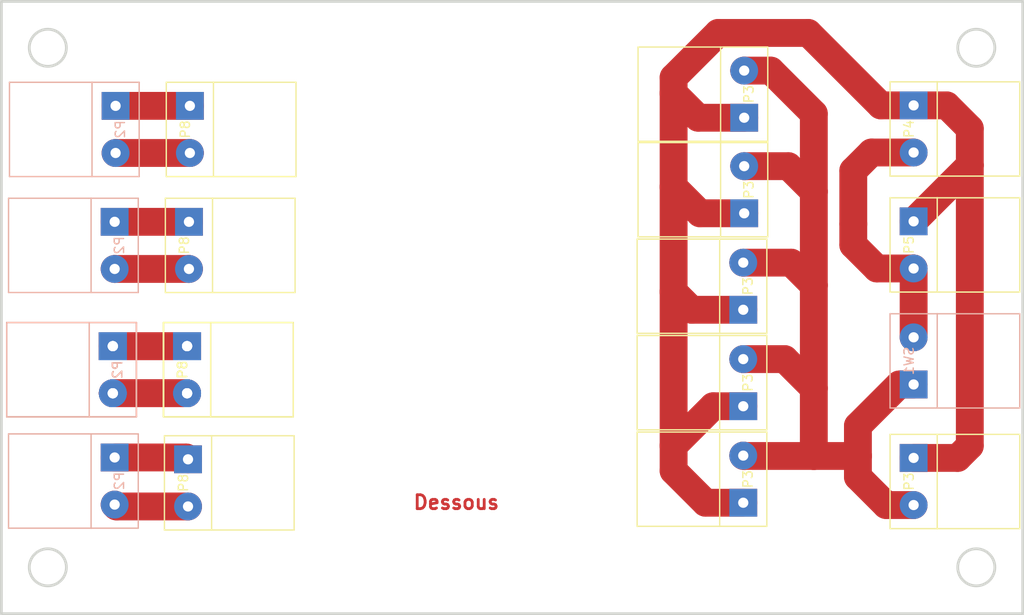
<source format=kicad_pcb>
(kicad_pcb (version 4) (host pcbnew 4.0.4-stable)

  (general
    (links 41)
    (no_connects 6)
    (area 15.599999 15.599999 126.555001 80.900001)
    (thickness 1.6)
    (drawings 9)
    (tracks 70)
    (zones 0)
    (modules 23)
    (nets 6)
  )

  (page A4)
  (layers
    (0 F.Cu signal)
    (31 B.Cu signal)
    (32 B.Adhes user)
    (33 F.Adhes user)
    (34 B.Paste user)
    (35 F.Paste user)
    (36 B.SilkS user)
    (37 F.SilkS user)
    (38 B.Mask user)
    (39 F.Mask user)
    (40 Dwgs.User user)
    (41 Cmts.User user)
    (42 Eco1.User user)
    (43 Eco2.User user)
    (44 Edge.Cuts user)
    (45 Margin user)
    (46 B.CrtYd user)
    (47 F.CrtYd user)
    (48 B.Fab user)
    (49 F.Fab user)
  )

  (setup
    (last_trace_width 3)
    (trace_clearance 0.8)
    (zone_clearance 2)
    (zone_45_only no)
    (trace_min 0.2)
    (segment_width 0.2)
    (edge_width 0.3)
    (via_size 0.6)
    (via_drill 0.4)
    (via_min_size 0.4)
    (via_min_drill 0.3)
    (uvia_size 0.3)
    (uvia_drill 0.1)
    (uvias_allowed no)
    (uvia_min_size 0.2)
    (uvia_min_drill 0.1)
    (pcb_text_width 0.3)
    (pcb_text_size 1.5 1.5)
    (mod_edge_width 0.15)
    (mod_text_size 1 1)
    (mod_text_width 0.15)
    (pad_size 1.524 1.524)
    (pad_drill 0.762)
    (pad_to_mask_clearance 0.2)
    (aux_axis_origin 16 81)
    (visible_elements 7FFFFFFF)
    (pcbplotparams
      (layerselection 0x01000_00000001)
      (usegerberextensions false)
      (excludeedgelayer false)
      (linewidth 0.100000)
      (plotframeref false)
      (viasonmask false)
      (mode 1)
      (useauxorigin false)
      (hpglpennumber 1)
      (hpglpenspeed 20)
      (hpglpendiameter 15)
      (hpglpenoverlay 2)
      (psnegative false)
      (psa4output false)
      (plotreference false)
      (plotvalue false)
      (plotinvisibletext false)
      (padsonsilk false)
      (subtractmaskfromsilk false)
      (outputformat 2)
      (mirror false)
      (drillshape 0)
      (scaleselection 1)
      (outputdirectory ""))
  )

  (net 0 "")
  (net 1 /GND5)
  (net 2 /GND24)
  (net 3 "Net-(P4-Pad2)")
  (net 4 "Net-(P2-Pad2)")
  (net 5 "Net-(P10-Pad2)")

  (net_class Default "Ceci est la Netclass par défaut"
    (clearance 0.8)
    (trace_width 3)
    (via_dia 0.6)
    (via_drill 0.4)
    (uvia_dia 0.3)
    (uvia_drill 0.1)
    (add_net /GND24)
    (add_net /GND5)
    (add_net "Net-(P10-Pad2)")
    (add_net "Net-(P2-Pad2)")
    (add_net "Net-(P4-Pad2)")
  )

  (module robair:Bornier5mm (layer B.Cu) (tedit 58132C20) (tstamp 5A269315)
    (at 28.2 66.7 270)
    (path /58407563)
    (fp_text reference P2 (at 0 -0.5 270) (layer B.SilkS)
      (effects (font (size 1 1) (thickness 0.15)) (justify mirror))
    )
    (fp_text value "5V out" (at 0 0.5 270) (layer B.Fab)
      (effects (font (size 1 1) (thickness 0.15)) (justify mirror))
    )
    (fp_line (start -5.08 11.43) (end 5.08 11.43) (layer B.SilkS) (width 0.15))
    (fp_line (start 5.08 11.43) (end 5.08 2.54) (layer B.SilkS) (width 0.15))
    (fp_line (start -5.08 11.43) (end -5.08 2.54) (layer B.SilkS) (width 0.15))
    (fp_line (start -5.08 2.54) (end -5.08 -2.54) (layer B.SilkS) (width 0.15))
    (fp_line (start -5.08 -2.54) (end 5.08 -2.54) (layer B.SilkS) (width 0.15))
    (fp_line (start 5.08 -2.54) (end 5.08 2.54) (layer B.SilkS) (width 0.15))
    (fp_line (start 5.08 2.54) (end -5.08 2.54) (layer B.SilkS) (width 0.15))
    (pad 1 thru_hole rect (at -2.54 0 270) (size 3 3) (drill 1.1) (layers *.Cu *.Mask)
      (net 1 /GND5))
    (pad 2 thru_hole circle (at 2.54 0 270) (size 3 3) (drill 1.1) (layers *.Cu *.Mask)
      (net 4 "Net-(P2-Pad2)"))
  )

  (module robair:Bornier5mm (layer F.Cu) (tedit 58132C20) (tstamp 5A269308)
    (at 36.1 66.9 270)
    (path /5A257484)
    (fp_text reference P8 (at 0 0.5 270) (layer F.SilkS)
      (effects (font (size 1 1) (thickness 0.15)))
    )
    (fp_text value VOUTRegu (at 0 -0.5 270) (layer F.Fab)
      (effects (font (size 1 1) (thickness 0.15)))
    )
    (fp_line (start -5.08 -11.43) (end 5.08 -11.43) (layer F.SilkS) (width 0.15))
    (fp_line (start 5.08 -11.43) (end 5.08 -2.54) (layer F.SilkS) (width 0.15))
    (fp_line (start -5.08 -11.43) (end -5.08 -2.54) (layer F.SilkS) (width 0.15))
    (fp_line (start -5.08 -2.54) (end -5.08 2.54) (layer F.SilkS) (width 0.15))
    (fp_line (start -5.08 2.54) (end 5.08 2.54) (layer F.SilkS) (width 0.15))
    (fp_line (start 5.08 2.54) (end 5.08 -2.54) (layer F.SilkS) (width 0.15))
    (fp_line (start 5.08 -2.54) (end -5.08 -2.54) (layer F.SilkS) (width 0.15))
    (pad 1 thru_hole rect (at -2.54 0 270) (size 3 3) (drill 1.1) (layers *.Cu *.Mask)
      (net 1 /GND5))
    (pad 2 thru_hole circle (at 2.54 0 270) (size 3 3) (drill 1.1) (layers *.Cu *.Mask)
      (net 4 "Net-(P2-Pad2)"))
  )

  (module robair:Bornier5mm (layer B.Cu) (tedit 58132C20) (tstamp 5A2692F5)
    (at 28 54.7 270)
    (path /58407563)
    (fp_text reference P2 (at 0 -0.5 270) (layer B.SilkS)
      (effects (font (size 1 1) (thickness 0.15)) (justify mirror))
    )
    (fp_text value "5V out" (at 0 0.5 270) (layer B.Fab)
      (effects (font (size 1 1) (thickness 0.15)) (justify mirror))
    )
    (fp_line (start -5.08 11.43) (end 5.08 11.43) (layer B.SilkS) (width 0.15))
    (fp_line (start 5.08 11.43) (end 5.08 2.54) (layer B.SilkS) (width 0.15))
    (fp_line (start -5.08 11.43) (end -5.08 2.54) (layer B.SilkS) (width 0.15))
    (fp_line (start -5.08 2.54) (end -5.08 -2.54) (layer B.SilkS) (width 0.15))
    (fp_line (start -5.08 -2.54) (end 5.08 -2.54) (layer B.SilkS) (width 0.15))
    (fp_line (start 5.08 -2.54) (end 5.08 2.54) (layer B.SilkS) (width 0.15))
    (fp_line (start 5.08 2.54) (end -5.08 2.54) (layer B.SilkS) (width 0.15))
    (pad 1 thru_hole rect (at -2.54 0 270) (size 3 3) (drill 1.1) (layers *.Cu *.Mask)
      (net 1 /GND5))
    (pad 2 thru_hole circle (at 2.54 0 270) (size 3 3) (drill 1.1) (layers *.Cu *.Mask)
      (net 4 "Net-(P2-Pad2)"))
  )

  (module robair:Bornier5mm (layer F.Cu) (tedit 58132C20) (tstamp 5A2692E9)
    (at 36 54.7 270)
    (path /5A257484)
    (fp_text reference P8 (at 0 0.5 270) (layer F.SilkS)
      (effects (font (size 1 1) (thickness 0.15)))
    )
    (fp_text value VOUTRegu (at 0 -0.5 270) (layer F.Fab)
      (effects (font (size 1 1) (thickness 0.15)))
    )
    (fp_line (start -5.08 -11.43) (end 5.08 -11.43) (layer F.SilkS) (width 0.15))
    (fp_line (start 5.08 -11.43) (end 5.08 -2.54) (layer F.SilkS) (width 0.15))
    (fp_line (start -5.08 -11.43) (end -5.08 -2.54) (layer F.SilkS) (width 0.15))
    (fp_line (start -5.08 -2.54) (end -5.08 2.54) (layer F.SilkS) (width 0.15))
    (fp_line (start -5.08 2.54) (end 5.08 2.54) (layer F.SilkS) (width 0.15))
    (fp_line (start 5.08 2.54) (end 5.08 -2.54) (layer F.SilkS) (width 0.15))
    (fp_line (start 5.08 -2.54) (end -5.08 -2.54) (layer F.SilkS) (width 0.15))
    (pad 1 thru_hole rect (at -2.54 0 270) (size 3 3) (drill 1.1) (layers *.Cu *.Mask)
      (net 1 /GND5))
    (pad 2 thru_hole circle (at 2.54 0 270) (size 3 3) (drill 1.1) (layers *.Cu *.Mask)
      (net 4 "Net-(P2-Pad2)"))
  )

  (module robair:Bornier5mm (layer F.Cu) (tedit 58132C20) (tstamp 5A2692DD)
    (at 36 54.7 270)
    (path /5A257484)
    (fp_text reference P8 (at 0 0.5 270) (layer F.SilkS)
      (effects (font (size 1 1) (thickness 0.15)))
    )
    (fp_text value VOUTRegu (at 0 -0.5 270) (layer F.Fab)
      (effects (font (size 1 1) (thickness 0.15)))
    )
    (fp_line (start -5.08 -11.43) (end 5.08 -11.43) (layer F.SilkS) (width 0.15))
    (fp_line (start 5.08 -11.43) (end 5.08 -2.54) (layer F.SilkS) (width 0.15))
    (fp_line (start -5.08 -11.43) (end -5.08 -2.54) (layer F.SilkS) (width 0.15))
    (fp_line (start -5.08 -2.54) (end -5.08 2.54) (layer F.SilkS) (width 0.15))
    (fp_line (start -5.08 2.54) (end 5.08 2.54) (layer F.SilkS) (width 0.15))
    (fp_line (start 5.08 2.54) (end 5.08 -2.54) (layer F.SilkS) (width 0.15))
    (fp_line (start 5.08 -2.54) (end -5.08 -2.54) (layer F.SilkS) (width 0.15))
    (pad 1 thru_hole rect (at -2.54 0 270) (size 3 3) (drill 1.1) (layers *.Cu *.Mask)
      (net 1 /GND5))
    (pad 2 thru_hole circle (at 2.54 0 270) (size 3 3) (drill 1.1) (layers *.Cu *.Mask)
      (net 4 "Net-(P2-Pad2)"))
  )

  (module robair:Bornier5mm (layer B.Cu) (tedit 58132C20) (tstamp 5A2692D1)
    (at 28 54.7 270)
    (path /58407563)
    (fp_text reference P2 (at 0 -0.5 270) (layer B.SilkS)
      (effects (font (size 1 1) (thickness 0.15)) (justify mirror))
    )
    (fp_text value "5V out" (at 0 0.5 270) (layer B.Fab)
      (effects (font (size 1 1) (thickness 0.15)) (justify mirror))
    )
    (fp_line (start -5.08 11.43) (end 5.08 11.43) (layer B.SilkS) (width 0.15))
    (fp_line (start 5.08 11.43) (end 5.08 2.54) (layer B.SilkS) (width 0.15))
    (fp_line (start -5.08 11.43) (end -5.08 2.54) (layer B.SilkS) (width 0.15))
    (fp_line (start -5.08 2.54) (end -5.08 -2.54) (layer B.SilkS) (width 0.15))
    (fp_line (start -5.08 -2.54) (end 5.08 -2.54) (layer B.SilkS) (width 0.15))
    (fp_line (start 5.08 -2.54) (end 5.08 2.54) (layer B.SilkS) (width 0.15))
    (fp_line (start 5.08 2.54) (end -5.08 2.54) (layer B.SilkS) (width 0.15))
    (pad 1 thru_hole rect (at -2.54 0 270) (size 3 3) (drill 1.1) (layers *.Cu *.Mask)
      (net 1 /GND5))
    (pad 2 thru_hole circle (at 2.54 0 270) (size 3 3) (drill 1.1) (layers *.Cu *.Mask)
      (net 4 "Net-(P2-Pad2)"))
  )

  (module robair:Bornier5mm (layer B.Cu) (tedit 58132C20) (tstamp 5A2692C1)
    (at 28 54.7 270)
    (path /58407563)
    (fp_text reference P2 (at 0 -0.5 270) (layer B.SilkS)
      (effects (font (size 1 1) (thickness 0.15)) (justify mirror))
    )
    (fp_text value "5V out" (at 0 0.5 270) (layer B.Fab)
      (effects (font (size 1 1) (thickness 0.15)) (justify mirror))
    )
    (fp_line (start -5.08 11.43) (end 5.08 11.43) (layer B.SilkS) (width 0.15))
    (fp_line (start 5.08 11.43) (end 5.08 2.54) (layer B.SilkS) (width 0.15))
    (fp_line (start -5.08 11.43) (end -5.08 2.54) (layer B.SilkS) (width 0.15))
    (fp_line (start -5.08 2.54) (end -5.08 -2.54) (layer B.SilkS) (width 0.15))
    (fp_line (start -5.08 -2.54) (end 5.08 -2.54) (layer B.SilkS) (width 0.15))
    (fp_line (start 5.08 -2.54) (end 5.08 2.54) (layer B.SilkS) (width 0.15))
    (fp_line (start 5.08 2.54) (end -5.08 2.54) (layer B.SilkS) (width 0.15))
    (pad 1 thru_hole rect (at -2.54 0 270) (size 3 3) (drill 1.1) (layers *.Cu *.Mask)
      (net 1 /GND5))
    (pad 2 thru_hole circle (at 2.54 0 270) (size 3 3) (drill 1.1) (layers *.Cu *.Mask)
      (net 4 "Net-(P2-Pad2)"))
  )

  (module robair:Bornier5mm (layer F.Cu) (tedit 58132C20) (tstamp 5A2692B5)
    (at 36 54.7 270)
    (path /5A257484)
    (fp_text reference P8 (at 0 0.5 270) (layer F.SilkS)
      (effects (font (size 1 1) (thickness 0.15)))
    )
    (fp_text value VOUTRegu (at 0 -0.5 270) (layer F.Fab)
      (effects (font (size 1 1) (thickness 0.15)))
    )
    (fp_line (start -5.08 -11.43) (end 5.08 -11.43) (layer F.SilkS) (width 0.15))
    (fp_line (start 5.08 -11.43) (end 5.08 -2.54) (layer F.SilkS) (width 0.15))
    (fp_line (start -5.08 -11.43) (end -5.08 -2.54) (layer F.SilkS) (width 0.15))
    (fp_line (start -5.08 -2.54) (end -5.08 2.54) (layer F.SilkS) (width 0.15))
    (fp_line (start -5.08 2.54) (end 5.08 2.54) (layer F.SilkS) (width 0.15))
    (fp_line (start 5.08 2.54) (end 5.08 -2.54) (layer F.SilkS) (width 0.15))
    (fp_line (start 5.08 -2.54) (end -5.08 -2.54) (layer F.SilkS) (width 0.15))
    (pad 1 thru_hole rect (at -2.54 0 270) (size 3 3) (drill 1.1) (layers *.Cu *.Mask)
      (net 1 /GND5))
    (pad 2 thru_hole circle (at 2.54 0 270) (size 3 3) (drill 1.1) (layers *.Cu *.Mask)
      (net 4 "Net-(P2-Pad2)"))
  )

  (module robair:Bornier5mm (layer F.Cu) (tedit 58132C20) (tstamp 5A269211)
    (at 96 25 90)
    (path /584169C6)
    (fp_text reference P3 (at 0 0.5 90) (layer F.SilkS)
      (effects (font (size 1 1) (thickness 0.15)))
    )
    (fp_text value MD49 (at 0 -0.5 90) (layer F.Fab)
      (effects (font (size 1 1) (thickness 0.15)))
    )
    (fp_line (start -5.08 -11.43) (end 5.08 -11.43) (layer F.SilkS) (width 0.15))
    (fp_line (start 5.08 -11.43) (end 5.08 -2.54) (layer F.SilkS) (width 0.15))
    (fp_line (start -5.08 -11.43) (end -5.08 -2.54) (layer F.SilkS) (width 0.15))
    (fp_line (start -5.08 -2.54) (end -5.08 2.54) (layer F.SilkS) (width 0.15))
    (fp_line (start -5.08 2.54) (end 5.08 2.54) (layer F.SilkS) (width 0.15))
    (fp_line (start 5.08 2.54) (end 5.08 -2.54) (layer F.SilkS) (width 0.15))
    (fp_line (start 5.08 -2.54) (end -5.08 -2.54) (layer F.SilkS) (width 0.15))
    (pad 1 thru_hole rect (at -2.54 0 90) (size 3 3) (drill 1.1) (layers *.Cu *.Mask)
      (net 2 /GND24))
    (pad 2 thru_hole circle (at 2.54 0 90) (size 3 3) (drill 1.1) (layers *.Cu *.Mask)
      (net 5 "Net-(P10-Pad2)"))
  )

  (module robair:Bornier5mm (layer F.Cu) (tedit 58132C20) (tstamp 5A269204)
    (at 96 35.3 90)
    (path /584169C6)
    (fp_text reference P3 (at 0 0.5 90) (layer F.SilkS)
      (effects (font (size 1 1) (thickness 0.15)))
    )
    (fp_text value MD49 (at 0 -0.5 90) (layer F.Fab)
      (effects (font (size 1 1) (thickness 0.15)))
    )
    (fp_line (start -5.08 -11.43) (end 5.08 -11.43) (layer F.SilkS) (width 0.15))
    (fp_line (start 5.08 -11.43) (end 5.08 -2.54) (layer F.SilkS) (width 0.15))
    (fp_line (start -5.08 -11.43) (end -5.08 -2.54) (layer F.SilkS) (width 0.15))
    (fp_line (start -5.08 -2.54) (end -5.08 2.54) (layer F.SilkS) (width 0.15))
    (fp_line (start -5.08 2.54) (end 5.08 2.54) (layer F.SilkS) (width 0.15))
    (fp_line (start 5.08 2.54) (end 5.08 -2.54) (layer F.SilkS) (width 0.15))
    (fp_line (start 5.08 -2.54) (end -5.08 -2.54) (layer F.SilkS) (width 0.15))
    (pad 1 thru_hole rect (at -2.54 0 90) (size 3 3) (drill 1.1) (layers *.Cu *.Mask)
      (net 2 /GND24))
    (pad 2 thru_hole circle (at 2.54 0 90) (size 3 3) (drill 1.1) (layers *.Cu *.Mask)
      (net 5 "Net-(P10-Pad2)"))
  )

  (module robair:Bornier5mm (layer F.Cu) (tedit 58132C20) (tstamp 5A2691F7)
    (at 95.9 45.7 90)
    (path /584169C6)
    (fp_text reference P3 (at 0 0.5 90) (layer F.SilkS)
      (effects (font (size 1 1) (thickness 0.15)))
    )
    (fp_text value MD49 (at 0 -0.5 90) (layer F.Fab)
      (effects (font (size 1 1) (thickness 0.15)))
    )
    (fp_line (start -5.08 -11.43) (end 5.08 -11.43) (layer F.SilkS) (width 0.15))
    (fp_line (start 5.08 -11.43) (end 5.08 -2.54) (layer F.SilkS) (width 0.15))
    (fp_line (start -5.08 -11.43) (end -5.08 -2.54) (layer F.SilkS) (width 0.15))
    (fp_line (start -5.08 -2.54) (end -5.08 2.54) (layer F.SilkS) (width 0.15))
    (fp_line (start -5.08 2.54) (end 5.08 2.54) (layer F.SilkS) (width 0.15))
    (fp_line (start 5.08 2.54) (end 5.08 -2.54) (layer F.SilkS) (width 0.15))
    (fp_line (start 5.08 -2.54) (end -5.08 -2.54) (layer F.SilkS) (width 0.15))
    (pad 1 thru_hole rect (at -2.54 0 90) (size 3 3) (drill 1.1) (layers *.Cu *.Mask)
      (net 2 /GND24))
    (pad 2 thru_hole circle (at 2.54 0 90) (size 3 3) (drill 1.1) (layers *.Cu *.Mask)
      (net 5 "Net-(P10-Pad2)"))
  )

  (module robair:Bornier5mm (layer F.Cu) (tedit 58132C20) (tstamp 5A2691EA)
    (at 95.9 56.1 90)
    (path /584169C6)
    (fp_text reference P3 (at 0 0.5 90) (layer F.SilkS)
      (effects (font (size 1 1) (thickness 0.15)))
    )
    (fp_text value MD49 (at 0 -0.5 90) (layer F.Fab)
      (effects (font (size 1 1) (thickness 0.15)))
    )
    (fp_line (start -5.08 -11.43) (end 5.08 -11.43) (layer F.SilkS) (width 0.15))
    (fp_line (start 5.08 -11.43) (end 5.08 -2.54) (layer F.SilkS) (width 0.15))
    (fp_line (start -5.08 -11.43) (end -5.08 -2.54) (layer F.SilkS) (width 0.15))
    (fp_line (start -5.08 -2.54) (end -5.08 2.54) (layer F.SilkS) (width 0.15))
    (fp_line (start -5.08 2.54) (end 5.08 2.54) (layer F.SilkS) (width 0.15))
    (fp_line (start 5.08 2.54) (end 5.08 -2.54) (layer F.SilkS) (width 0.15))
    (fp_line (start 5.08 -2.54) (end -5.08 -2.54) (layer F.SilkS) (width 0.15))
    (pad 1 thru_hole rect (at -2.54 0 90) (size 3 3) (drill 1.1) (layers *.Cu *.Mask)
      (net 2 /GND24))
    (pad 2 thru_hole circle (at 2.54 0 90) (size 3 3) (drill 1.1) (layers *.Cu *.Mask)
      (net 5 "Net-(P10-Pad2)"))
  )

  (module robair:Bornier5mm (layer F.Cu) (tedit 58132C20) (tstamp 5A2691B6)
    (at 95.9 66.5 90)
    (path /584169C6)
    (fp_text reference P3 (at 0 0.5 90) (layer F.SilkS)
      (effects (font (size 1 1) (thickness 0.15)))
    )
    (fp_text value MD49 (at 0 -0.5 90) (layer F.Fab)
      (effects (font (size 1 1) (thickness 0.15)))
    )
    (fp_line (start -5.08 -11.43) (end 5.08 -11.43) (layer F.SilkS) (width 0.15))
    (fp_line (start 5.08 -11.43) (end 5.08 -2.54) (layer F.SilkS) (width 0.15))
    (fp_line (start -5.08 -11.43) (end -5.08 -2.54) (layer F.SilkS) (width 0.15))
    (fp_line (start -5.08 -2.54) (end -5.08 2.54) (layer F.SilkS) (width 0.15))
    (fp_line (start -5.08 2.54) (end 5.08 2.54) (layer F.SilkS) (width 0.15))
    (fp_line (start 5.08 2.54) (end 5.08 -2.54) (layer F.SilkS) (width 0.15))
    (fp_line (start 5.08 -2.54) (end -5.08 -2.54) (layer F.SilkS) (width 0.15))
    (pad 1 thru_hole rect (at -2.54 0 90) (size 3 3) (drill 1.1) (layers *.Cu *.Mask)
      (net 2 /GND24))
    (pad 2 thru_hole circle (at 2.54 0 90) (size 3 3) (drill 1.1) (layers *.Cu *.Mask)
      (net 5 "Net-(P10-Pad2)"))
  )

  (module robair:Bornier5mm (layer F.Cu) (tedit 58132C20) (tstamp 5A2576F3)
    (at 36 54.7 270)
    (path /5A257484)
    (fp_text reference P8 (at 0 0.5 270) (layer F.SilkS)
      (effects (font (size 1 1) (thickness 0.15)))
    )
    (fp_text value VOUTRegu (at 0 -0.5 270) (layer F.Fab)
      (effects (font (size 1 1) (thickness 0.15)))
    )
    (fp_line (start -5.08 -11.43) (end 5.08 -11.43) (layer F.SilkS) (width 0.15))
    (fp_line (start 5.08 -11.43) (end 5.08 -2.54) (layer F.SilkS) (width 0.15))
    (fp_line (start -5.08 -11.43) (end -5.08 -2.54) (layer F.SilkS) (width 0.15))
    (fp_line (start -5.08 -2.54) (end -5.08 2.54) (layer F.SilkS) (width 0.15))
    (fp_line (start -5.08 2.54) (end 5.08 2.54) (layer F.SilkS) (width 0.15))
    (fp_line (start 5.08 2.54) (end 5.08 -2.54) (layer F.SilkS) (width 0.15))
    (fp_line (start 5.08 -2.54) (end -5.08 -2.54) (layer F.SilkS) (width 0.15))
    (pad 1 thru_hole rect (at -2.54 0 270) (size 3 3) (drill 1.1) (layers *.Cu *.Mask)
      (net 1 /GND5))
    (pad 2 thru_hole circle (at 2.54 0 270) (size 3 3) (drill 1.1) (layers *.Cu *.Mask)
      (net 4 "Net-(P2-Pad2)"))
  )

  (module robair:Bornier5mm (layer F.Cu) (tedit 58132C20) (tstamp 5A2576ED)
    (at 36.2 41.3 270)
    (path /5A257484)
    (fp_text reference P8 (at 0 0.5 270) (layer F.SilkS)
      (effects (font (size 1 1) (thickness 0.15)))
    )
    (fp_text value VOUTRegu (at 0 -0.5 270) (layer F.Fab)
      (effects (font (size 1 1) (thickness 0.15)))
    )
    (fp_line (start -5.08 -11.43) (end 5.08 -11.43) (layer F.SilkS) (width 0.15))
    (fp_line (start 5.08 -11.43) (end 5.08 -2.54) (layer F.SilkS) (width 0.15))
    (fp_line (start -5.08 -11.43) (end -5.08 -2.54) (layer F.SilkS) (width 0.15))
    (fp_line (start -5.08 -2.54) (end -5.08 2.54) (layer F.SilkS) (width 0.15))
    (fp_line (start -5.08 2.54) (end 5.08 2.54) (layer F.SilkS) (width 0.15))
    (fp_line (start 5.08 2.54) (end 5.08 -2.54) (layer F.SilkS) (width 0.15))
    (fp_line (start 5.08 -2.54) (end -5.08 -2.54) (layer F.SilkS) (width 0.15))
    (pad 1 thru_hole rect (at -2.54 0 270) (size 3 3) (drill 1.1) (layers *.Cu *.Mask)
      (net 1 /GND5))
    (pad 2 thru_hole circle (at 2.54 0 270) (size 3 3) (drill 1.1) (layers *.Cu *.Mask)
      (net 4 "Net-(P2-Pad2)"))
  )

  (module robair:Bornier5mm (layer B.Cu) (tedit 58132C20) (tstamp 5A2576DF)
    (at 28 54.7 270)
    (path /58407563)
    (fp_text reference P2 (at 0 -0.5 270) (layer B.SilkS)
      (effects (font (size 1 1) (thickness 0.15)) (justify mirror))
    )
    (fp_text value "5V out" (at 0 0.5 270) (layer B.Fab)
      (effects (font (size 1 1) (thickness 0.15)) (justify mirror))
    )
    (fp_line (start -5.08 11.43) (end 5.08 11.43) (layer B.SilkS) (width 0.15))
    (fp_line (start 5.08 11.43) (end 5.08 2.54) (layer B.SilkS) (width 0.15))
    (fp_line (start -5.08 11.43) (end -5.08 2.54) (layer B.SilkS) (width 0.15))
    (fp_line (start -5.08 2.54) (end -5.08 -2.54) (layer B.SilkS) (width 0.15))
    (fp_line (start -5.08 -2.54) (end 5.08 -2.54) (layer B.SilkS) (width 0.15))
    (fp_line (start 5.08 -2.54) (end 5.08 2.54) (layer B.SilkS) (width 0.15))
    (fp_line (start 5.08 2.54) (end -5.08 2.54) (layer B.SilkS) (width 0.15))
    (pad 1 thru_hole rect (at -2.54 0 270) (size 3 3) (drill 1.1) (layers *.Cu *.Mask)
      (net 1 /GND5))
    (pad 2 thru_hole circle (at 2.54 0 270) (size 3 3) (drill 1.1) (layers *.Cu *.Mask)
      (net 4 "Net-(P2-Pad2)"))
  )

  (module robair:Bornier5mm (layer B.Cu) (tedit 58132C20) (tstamp 5A2576D2)
    (at 28.2 41.3 270)
    (path /58407563)
    (fp_text reference P2 (at 0 -0.5 270) (layer B.SilkS)
      (effects (font (size 1 1) (thickness 0.15)) (justify mirror))
    )
    (fp_text value "5V out" (at 0 0.5 270) (layer B.Fab)
      (effects (font (size 1 1) (thickness 0.15)) (justify mirror))
    )
    (fp_line (start -5.08 11.43) (end 5.08 11.43) (layer B.SilkS) (width 0.15))
    (fp_line (start 5.08 11.43) (end 5.08 2.54) (layer B.SilkS) (width 0.15))
    (fp_line (start -5.08 11.43) (end -5.08 2.54) (layer B.SilkS) (width 0.15))
    (fp_line (start -5.08 2.54) (end -5.08 -2.54) (layer B.SilkS) (width 0.15))
    (fp_line (start -5.08 -2.54) (end 5.08 -2.54) (layer B.SilkS) (width 0.15))
    (fp_line (start 5.08 -2.54) (end 5.08 2.54) (layer B.SilkS) (width 0.15))
    (fp_line (start 5.08 2.54) (end -5.08 2.54) (layer B.SilkS) (width 0.15))
    (pad 1 thru_hole rect (at -2.54 0 270) (size 3 3) (drill 1.1) (layers *.Cu *.Mask)
      (net 1 /GND5))
    (pad 2 thru_hole circle (at 2.54 0 270) (size 3 3) (drill 1.1) (layers *.Cu *.Mask)
      (net 4 "Net-(P2-Pad2)"))
  )

  (module robair:Bornier5mm (layer B.Cu) (tedit 58132C20) (tstamp 5840788D)
    (at 28.3 28.8 270)
    (path /58407563)
    (fp_text reference P2 (at 0 -0.5 270) (layer B.SilkS)
      (effects (font (size 1 1) (thickness 0.15)) (justify mirror))
    )
    (fp_text value "5V out" (at 0 0.5 270) (layer B.Fab)
      (effects (font (size 1 1) (thickness 0.15)) (justify mirror))
    )
    (fp_line (start -5.08 11.43) (end 5.08 11.43) (layer B.SilkS) (width 0.15))
    (fp_line (start 5.08 11.43) (end 5.08 2.54) (layer B.SilkS) (width 0.15))
    (fp_line (start -5.08 11.43) (end -5.08 2.54) (layer B.SilkS) (width 0.15))
    (fp_line (start -5.08 2.54) (end -5.08 -2.54) (layer B.SilkS) (width 0.15))
    (fp_line (start -5.08 -2.54) (end 5.08 -2.54) (layer B.SilkS) (width 0.15))
    (fp_line (start 5.08 -2.54) (end 5.08 2.54) (layer B.SilkS) (width 0.15))
    (fp_line (start 5.08 2.54) (end -5.08 2.54) (layer B.SilkS) (width 0.15))
    (pad 1 thru_hole rect (at -2.54 0 270) (size 3 3) (drill 1.1) (layers *.Cu *.Mask)
      (net 1 /GND5))
    (pad 2 thru_hole circle (at 2.54 0 270) (size 3 3) (drill 1.1) (layers *.Cu *.Mask)
      (net 4 "Net-(P2-Pad2)"))
  )

  (module robair:Bornier5mm (layer F.Cu) (tedit 58132C20) (tstamp 58416CB9)
    (at 114.25 28.75 270)
    (path /58416998)
    (fp_text reference P4 (at 0 0.5 270) (layer F.SilkS)
      (effects (font (size 1 1) (thickness 0.15)))
    )
    (fp_text value Charg (at 0 -0.5 270) (layer F.Fab)
      (effects (font (size 1 1) (thickness 0.15)))
    )
    (fp_line (start -5.08 -11.43) (end 5.08 -11.43) (layer F.SilkS) (width 0.15))
    (fp_line (start 5.08 -11.43) (end 5.08 -2.54) (layer F.SilkS) (width 0.15))
    (fp_line (start -5.08 -11.43) (end -5.08 -2.54) (layer F.SilkS) (width 0.15))
    (fp_line (start -5.08 -2.54) (end -5.08 2.54) (layer F.SilkS) (width 0.15))
    (fp_line (start -5.08 2.54) (end 5.08 2.54) (layer F.SilkS) (width 0.15))
    (fp_line (start 5.08 2.54) (end 5.08 -2.54) (layer F.SilkS) (width 0.15))
    (fp_line (start 5.08 -2.54) (end -5.08 -2.54) (layer F.SilkS) (width 0.15))
    (pad 1 thru_hole rect (at -2.54 0 270) (size 3 3) (drill 1.1) (layers *.Cu *.Mask)
      (net 2 /GND24))
    (pad 2 thru_hole circle (at 2.54 0 270) (size 3 3) (drill 1.1) (layers *.Cu *.Mask)
      (net 3 "Net-(P4-Pad2)"))
  )

  (module robair:Bornier5mm (layer F.Cu) (tedit 58132C20) (tstamp 58416CBF)
    (at 114.25 41.25 270)
    (path /5841694E)
    (fp_text reference P5 (at 0 0.5 270) (layer F.SilkS)
      (effects (font (size 1 1) (thickness 0.15)))
    )
    (fp_text value Batt (at 0 -0.5 270) (layer F.Fab)
      (effects (font (size 1 1) (thickness 0.15)))
    )
    (fp_line (start -5.08 -11.43) (end 5.08 -11.43) (layer F.SilkS) (width 0.15))
    (fp_line (start 5.08 -11.43) (end 5.08 -2.54) (layer F.SilkS) (width 0.15))
    (fp_line (start -5.08 -11.43) (end -5.08 -2.54) (layer F.SilkS) (width 0.15))
    (fp_line (start -5.08 -2.54) (end -5.08 2.54) (layer F.SilkS) (width 0.15))
    (fp_line (start -5.08 2.54) (end 5.08 2.54) (layer F.SilkS) (width 0.15))
    (fp_line (start 5.08 2.54) (end 5.08 -2.54) (layer F.SilkS) (width 0.15))
    (fp_line (start 5.08 -2.54) (end -5.08 -2.54) (layer F.SilkS) (width 0.15))
    (pad 1 thru_hole rect (at -2.54 0 270) (size 3 3) (drill 1.1) (layers *.Cu *.Mask)
      (net 2 /GND24))
    (pad 2 thru_hole circle (at 2.54 0 270) (size 3 3) (drill 1.1) (layers *.Cu *.Mask)
      (net 3 "Net-(P4-Pad2)"))
  )

  (module robair:Bornier5mm (layer B.Cu) (tedit 58132C20) (tstamp 58416CC5)
    (at 114.25 53.75 90)
    (path /58416A61)
    (fp_text reference SW1 (at 0 -0.5 90) (layer B.SilkS)
      (effects (font (size 1 1) (thickness 0.15)) (justify mirror))
    )
    (fp_text value SW (at 0 0.5 90) (layer B.Fab)
      (effects (font (size 1 1) (thickness 0.15)) (justify mirror))
    )
    (fp_line (start -5.08 11.43) (end 5.08 11.43) (layer B.SilkS) (width 0.15))
    (fp_line (start 5.08 11.43) (end 5.08 2.54) (layer B.SilkS) (width 0.15))
    (fp_line (start -5.08 11.43) (end -5.08 2.54) (layer B.SilkS) (width 0.15))
    (fp_line (start -5.08 2.54) (end -5.08 -2.54) (layer B.SilkS) (width 0.15))
    (fp_line (start -5.08 -2.54) (end 5.08 -2.54) (layer B.SilkS) (width 0.15))
    (fp_line (start 5.08 -2.54) (end 5.08 2.54) (layer B.SilkS) (width 0.15))
    (fp_line (start 5.08 2.54) (end -5.08 2.54) (layer B.SilkS) (width 0.15))
    (pad 1 thru_hole rect (at -2.54 0 90) (size 3 3) (drill 1.1) (layers *.Cu *.Mask)
      (net 5 "Net-(P10-Pad2)"))
    (pad 2 thru_hole circle (at 2.54 0 90) (size 3 3) (drill 1.1) (layers *.Cu *.Mask)
      (net 3 "Net-(P4-Pad2)"))
  )

  (module robair:Bornier5mm (layer F.Cu) (tedit 58132C20) (tstamp 58416DCE)
    (at 114.25 66.75 270)
    (path /584169C6)
    (fp_text reference P3 (at 0 0.5 270) (layer F.SilkS)
      (effects (font (size 1 1) (thickness 0.15)))
    )
    (fp_text value MD49 (at 0 -0.5 270) (layer F.Fab)
      (effects (font (size 1 1) (thickness 0.15)))
    )
    (fp_line (start -5.08 -11.43) (end 5.08 -11.43) (layer F.SilkS) (width 0.15))
    (fp_line (start 5.08 -11.43) (end 5.08 -2.54) (layer F.SilkS) (width 0.15))
    (fp_line (start -5.08 -11.43) (end -5.08 -2.54) (layer F.SilkS) (width 0.15))
    (fp_line (start -5.08 -2.54) (end -5.08 2.54) (layer F.SilkS) (width 0.15))
    (fp_line (start -5.08 2.54) (end 5.08 2.54) (layer F.SilkS) (width 0.15))
    (fp_line (start 5.08 2.54) (end 5.08 -2.54) (layer F.SilkS) (width 0.15))
    (fp_line (start 5.08 -2.54) (end -5.08 -2.54) (layer F.SilkS) (width 0.15))
    (pad 1 thru_hole rect (at -2.54 0 270) (size 3 3) (drill 1.1) (layers *.Cu *.Mask)
      (net 2 /GND24))
    (pad 2 thru_hole circle (at 2.54 0 270) (size 3 3) (drill 1.1) (layers *.Cu *.Mask)
      (net 5 "Net-(P10-Pad2)"))
  )

  (module robair:Bornier5mm (layer F.Cu) (tedit 58132C20) (tstamp 5A2573A5)
    (at 36.3 28.8 270)
    (path /5A257484)
    (fp_text reference P8 (at 0 0.5 270) (layer F.SilkS)
      (effects (font (size 1 1) (thickness 0.15)))
    )
    (fp_text value VOUTRegu (at 0 -0.5 270) (layer F.Fab)
      (effects (font (size 1 1) (thickness 0.15)))
    )
    (fp_line (start -5.08 -11.43) (end 5.08 -11.43) (layer F.SilkS) (width 0.15))
    (fp_line (start 5.08 -11.43) (end 5.08 -2.54) (layer F.SilkS) (width 0.15))
    (fp_line (start -5.08 -11.43) (end -5.08 -2.54) (layer F.SilkS) (width 0.15))
    (fp_line (start -5.08 -2.54) (end -5.08 2.54) (layer F.SilkS) (width 0.15))
    (fp_line (start -5.08 2.54) (end 5.08 2.54) (layer F.SilkS) (width 0.15))
    (fp_line (start 5.08 2.54) (end 5.08 -2.54) (layer F.SilkS) (width 0.15))
    (fp_line (start 5.08 -2.54) (end -5.08 -2.54) (layer F.SilkS) (width 0.15))
    (pad 1 thru_hole rect (at -2.54 0 270) (size 3 3) (drill 1.1) (layers *.Cu *.Mask)
      (net 1 /GND5))
    (pad 2 thru_hole circle (at 2.54 0 270) (size 3 3) (drill 1.1) (layers *.Cu *.Mask)
      (net 4 "Net-(P2-Pad2)"))
  )

  (gr_circle (center 121 76) (end 121 78) (layer Edge.Cuts) (width 0.3))
  (gr_circle (center 121 20) (end 123 20) (layer Edge.Cuts) (width 0.3))
  (gr_circle (center 21 20) (end 19 20) (layer Edge.Cuts) (width 0.3))
  (gr_circle (center 21 76) (end 19 76) (layer Edge.Cuts) (width 0.3))
  (gr_line (start 126 15) (end 16 15) (angle 90) (layer Edge.Cuts) (width 0.3))
  (gr_line (start 126 81) (end 126 15) (angle 90) (layer Edge.Cuts) (width 0.3))
  (gr_line (start 16 81) (end 126 81) (angle 90) (layer Edge.Cuts) (width 0.3))
  (gr_line (start 16 15) (end 16 81) (angle 90) (layer Edge.Cuts) (width 0.3))
  (gr_text Dessous (at 65 69) (layer F.Cu)
    (effects (font (size 1.5 1.5) (thickness 0.3)))
  )

  (segment (start 28.2 64.16) (end 35.9 64.16) (width 3) (layer F.Cu) (net 1))
  (segment (start 35.9 64.16) (end 36.1 64.36) (width 3) (layer F.Cu) (net 1) (tstamp 5A269321))
  (segment (start 36 52.16) (end 28 52.16) (width 3) (layer F.Cu) (net 1) (tstamp 5A269302))
  (segment (start 36 52.16) (end 28 52.16) (width 3) (layer F.Cu) (net 1) (tstamp 5A269301))
  (segment (start 36 52.16) (end 28 52.16) (width 3) (layer F.Cu) (net 1) (tstamp 5A2692CD))
  (segment (start 36 52.16) (end 28 52.16) (width 3) (layer F.Cu) (net 1))
  (segment (start 28.2 38.76) (end 36.2 38.76) (width 3) (layer F.Cu) (net 1))
  (segment (start 28.3 26.26) (end 36.3 26.26) (width 3) (layer F.Cu) (net 1))
  (segment (start 96 27.54) (end 91.04 27.54) (width 3) (layer F.Cu) (net 2))
  (segment (start 91.04 27.54) (end 88.4 24.9) (width 3) (layer F.Cu) (net 2) (tstamp 5A269239))
  (segment (start 96 37.84) (end 91.24 37.84) (width 3) (layer F.Cu) (net 2))
  (segment (start 91.24 37.84) (end 88.4 35) (width 3) (layer F.Cu) (net 2) (tstamp 5A269234))
  (segment (start 95.9 48.24) (end 90.34 48.24) (width 3) (layer F.Cu) (net 2))
  (segment (start 90.34 48.24) (end 88.4 46.3) (width 3) (layer F.Cu) (net 2) (tstamp 5A26922F))
  (segment (start 95.9 58.64) (end 92.66 58.64) (width 3) (layer F.Cu) (net 2))
  (segment (start 92.66 58.64) (end 88.4 62.9) (width 3) (layer F.Cu) (net 2) (tstamp 5A26922A))
  (segment (start 114.25 26.21) (end 110.71 26.21) (width 3) (layer F.Cu) (net 2))
  (segment (start 91.84 69.04) (end 95.9 69.04) (width 3) (layer F.Cu) (net 2) (tstamp 5A269227))
  (segment (start 88.4 65.6) (end 91.84 69.04) (width 3) (layer F.Cu) (net 2) (tstamp 5A269226))
  (segment (start 88.4 23.2) (end 88.4 24.9) (width 3) (layer F.Cu) (net 2) (tstamp 5A269225))
  (segment (start 88.4 24.9) (end 88.4 35) (width 3) (layer F.Cu) (net 2) (tstamp 5A26923C))
  (segment (start 88.4 35) (end 88.4 46.3) (width 3) (layer F.Cu) (net 2) (tstamp 5A269237))
  (segment (start 88.4 46.3) (end 88.4 62.9) (width 3) (layer F.Cu) (net 2) (tstamp 5A269232))
  (segment (start 88.4 62.9) (end 88.4 65.6) (width 3) (layer F.Cu) (net 2) (tstamp 5A26922D))
  (segment (start 93.2 18.4) (end 88.4 23.2) (width 3) (layer F.Cu) (net 2) (tstamp 5A269224))
  (segment (start 102.9 18.4) (end 93.2 18.4) (width 3) (layer F.Cu) (net 2) (tstamp 5A269223))
  (segment (start 110.71 26.21) (end 102.9 18.4) (width 3) (layer F.Cu) (net 2) (tstamp 5A269222))
  (segment (start 114.25 64.21) (end 118.99 64.21) (width 3) (layer F.Cu) (net 2))
  (segment (start 120.3 62.9) (end 120.3 32.66) (width 3) (layer F.Cu) (net 2) (tstamp 5A25747A))
  (segment (start 118.99 64.21) (end 120.3 62.9) (width 3) (layer F.Cu) (net 2) (tstamp 5A257479))
  (segment (start 114.25 26.21) (end 117.81 26.21) (width 3) (layer F.Cu) (net 2))
  (segment (start 120.3 32.66) (end 114.25 38.71) (width 3) (layer F.Cu) (net 2) (tstamp 5A25746B))
  (segment (start 120.3 28.7) (end 120.3 32.66) (width 3) (layer F.Cu) (net 2) (tstamp 5A25746A))
  (segment (start 117.81 26.21) (end 120.3 28.7) (width 3) (layer F.Cu) (net 2) (tstamp 5A257468))
  (segment (start 114.25 43.79) (end 114.25 51.21) (width 3) (layer F.Cu) (net 3))
  (segment (start 114.25 31.29) (end 109.71 31.29) (width 3) (layer F.Cu) (net 3))
  (segment (start 110.29 43.79) (end 114.25 43.79) (width 3) (layer F.Cu) (net 3) (tstamp 5841716F))
  (segment (start 107.75 41.25) (end 110.29 43.79) (width 3) (layer F.Cu) (net 3) (tstamp 5841716D))
  (segment (start 107.75 33.25) (end 107.75 39) (width 3) (layer F.Cu) (net 3) (tstamp 58417169))
  (segment (start 107.75 39) (end 107.75 41.25) (width 3) (layer F.Cu) (net 3) (tstamp 5A257709))
  (segment (start 109.71 31.29) (end 107.75 33.25) (width 3) (layer F.Cu) (net 3) (tstamp 58417166))
  (segment (start 36.1 69.44) (end 28.4 69.44) (width 3) (layer F.Cu) (net 4))
  (segment (start 28.4 69.44) (end 28.2 69.24) (width 3) (layer F.Cu) (net 4) (tstamp 5A269324))
  (segment (start 36 57.24) (end 28 57.24) (width 3) (layer F.Cu) (net 4) (tstamp 5A269304))
  (segment (start 36 57.24) (end 28 57.24) (width 3) (layer F.Cu) (net 4) (tstamp 5A269303))
  (segment (start 36 57.24) (end 28 57.24) (width 3) (layer F.Cu) (net 4) (tstamp 5A2692CE))
  (segment (start 36 57.24) (end 28 57.24) (width 3) (layer F.Cu) (net 4))
  (segment (start 28.2 43.84) (end 36.2 43.84) (width 3) (layer F.Cu) (net 4))
  (segment (start 36.3 31.34) (end 28.3 31.34) (width 3) (layer F.Cu) (net 4))
  (segment (start 95.9 53.56) (end 100.36 53.56) (width 3) (layer F.Cu) (net 5))
  (segment (start 100.36 53.56) (end 103.5 56.7) (width 3) (layer F.Cu) (net 5) (tstamp 5A269254))
  (segment (start 95.9 43.16) (end 101.06 43.16) (width 3) (layer F.Cu) (net 5))
  (segment (start 101.06 43.16) (end 103.5 45.6) (width 3) (layer F.Cu) (net 5) (tstamp 5A26924C))
  (segment (start 96 32.76) (end 100.76 32.76) (width 3) (layer F.Cu) (net 5))
  (segment (start 100.76 32.76) (end 103.5 35.5) (width 3) (layer F.Cu) (net 5) (tstamp 5A269247))
  (segment (start 103.5 64) (end 103.5 56.7) (width 3) (layer F.Cu) (net 5))
  (segment (start 103.5 56.7) (end 103.5 45.6) (width 3) (layer F.Cu) (net 5) (tstamp 5A269257))
  (segment (start 103.5 45.6) (end 103.5 35.5) (width 3) (layer F.Cu) (net 5) (tstamp 5A26924F))
  (segment (start 103.5 35.5) (end 103.5 27.1) (width 3) (layer F.Cu) (net 5) (tstamp 5A26924A))
  (segment (start 98.86 22.46) (end 96 22.46) (width 3) (layer F.Cu) (net 5) (tstamp 5A269244))
  (segment (start 103.5 27.1) (end 98.86 22.46) (width 3) (layer F.Cu) (net 5) (tstamp 5A269243))
  (segment (start 108.25 64) (end 103.5 64) (width 3) (layer F.Cu) (net 5))
  (segment (start 103.5 64) (end 95.94 64) (width 3) (layer F.Cu) (net 5) (tstamp 5A269241))
  (segment (start 95.94 64) (end 95.9 63.96) (width 3) (layer F.Cu) (net 5) (tstamp 5A26923E))
  (segment (start 114.25 69.29) (end 111.29 69.29) (width 3) (layer F.Cu) (net 5))
  (segment (start 112.71 56.29) (end 114.25 56.29) (width 3) (layer F.Cu) (net 5) (tstamp 5841717D))
  (segment (start 108.25 60.75) (end 112.71 56.29) (width 3) (layer F.Cu) (net 5) (tstamp 5841717A))
  (segment (start 108.25 66.25) (end 108.25 64) (width 3) (layer F.Cu) (net 5) (tstamp 58417179))
  (segment (start 108.25 64) (end 108.25 60.75) (width 3) (layer F.Cu) (net 5) (tstamp 5A257705))
  (segment (start 111.29 69.29) (end 108.25 66.25) (width 3) (layer F.Cu) (net 5) (tstamp 58417177))

)

</source>
